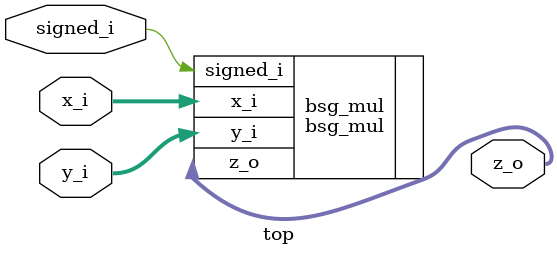
<source format=v>
`include "bsg_mul.v"
`include "bsg_mul_pipelined.v"

module top(
    input    [6-1:0]   x_i
    , input  [6-1:0]   y_i
    , input signed_i
    , output [6*2-1:0] z_o
);

 bsg_mul  #( .width_p(6) ) bsg_mul (
        .x_i(x_i),
        .y_i(y_i),
        .signed_i(signed_i),
        .z_o(z_o)
 );

 // need to do some stuff - mayb

endmodule

</source>
